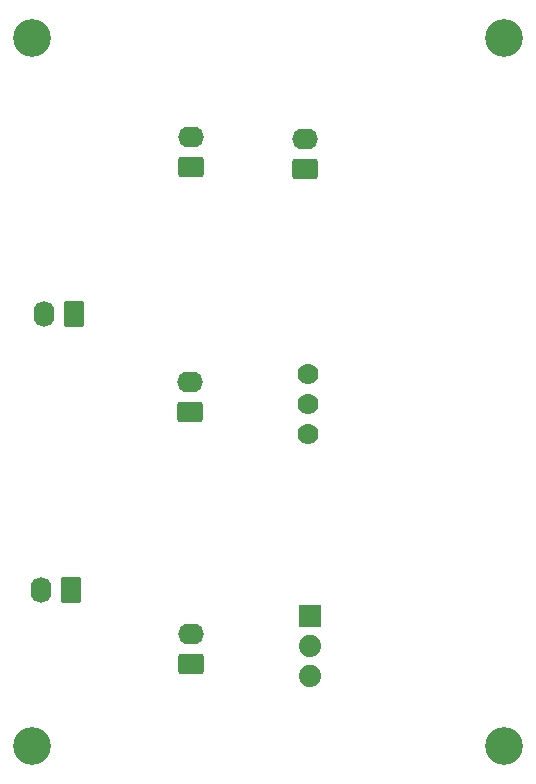
<source format=gbr>
%TF.GenerationSoftware,KiCad,Pcbnew,8.0.8*%
%TF.CreationDate,2025-04-15T11:04:33-05:00*%
%TF.ProjectId,PowerOnly,506f7765-724f-46e6-9c79-2e6b69636164,rev?*%
%TF.SameCoordinates,Original*%
%TF.FileFunction,Soldermask,Top*%
%TF.FilePolarity,Negative*%
%FSLAX46Y46*%
G04 Gerber Fmt 4.6, Leading zero omitted, Abs format (unit mm)*
G04 Created by KiCad (PCBNEW 8.0.8) date 2025-04-15 11:04:33*
%MOMM*%
%LPD*%
G01*
G04 APERTURE LIST*
G04 Aperture macros list*
%AMRoundRect*
0 Rectangle with rounded corners*
0 $1 Rounding radius*
0 $2 $3 $4 $5 $6 $7 $8 $9 X,Y pos of 4 corners*
0 Add a 4 corners polygon primitive as box body*
4,1,4,$2,$3,$4,$5,$6,$7,$8,$9,$2,$3,0*
0 Add four circle primitives for the rounded corners*
1,1,$1+$1,$2,$3*
1,1,$1+$1,$4,$5*
1,1,$1+$1,$6,$7*
1,1,$1+$1,$8,$9*
0 Add four rect primitives between the rounded corners*
20,1,$1+$1,$2,$3,$4,$5,0*
20,1,$1+$1,$4,$5,$6,$7,0*
20,1,$1+$1,$6,$7,$8,$9,0*
20,1,$1+$1,$8,$9,$2,$3,0*%
G04 Aperture macros list end*
%ADD10RoundRect,0.250000X0.620000X0.845000X-0.620000X0.845000X-0.620000X-0.845000X0.620000X-0.845000X0*%
%ADD11O,1.740000X2.190000*%
%ADD12C,3.200000*%
%ADD13R,1.879600X1.879600*%
%ADD14C,1.879600*%
%ADD15C,1.778000*%
%ADD16RoundRect,0.250000X0.845000X-0.620000X0.845000X0.620000X-0.845000X0.620000X-0.845000X-0.620000X0*%
%ADD17O,2.190000X1.740000*%
G04 APERTURE END LIST*
D10*
%TO.C,J3*%
X133604000Y-73406000D03*
D11*
X131064000Y-73406000D03*
%TD*%
D10*
%TO.C,J2*%
X133350000Y-96774000D03*
D11*
X130810000Y-96774000D03*
%TD*%
D12*
%TO.C,H4*%
X130000000Y-110000000D03*
%TD*%
%TO.C,H3*%
X170000000Y-110000000D03*
%TD*%
%TO.C,H2*%
X170000000Y-50000000D03*
%TD*%
%TO.C,H1*%
X130000000Y-50000000D03*
%TD*%
D13*
%TO.C,U2*%
X153543000Y-98933000D03*
D14*
X153543000Y-101473000D03*
X153543000Y-104013000D03*
%TD*%
D15*
%TO.C,U1*%
X153416000Y-78486000D03*
X153416000Y-81026000D03*
X153416000Y-83566000D03*
%TD*%
D16*
%TO.C,J1*%
X153162000Y-61087000D03*
D17*
X153162000Y-58547000D03*
%TD*%
D16*
%TO.C,C3*%
X143510000Y-102997000D03*
D17*
X143510000Y-100457000D03*
%TD*%
D16*
%TO.C,C2*%
X143383000Y-81661000D03*
D17*
X143383000Y-79121000D03*
%TD*%
D16*
%TO.C,C1*%
X143510000Y-60960000D03*
D17*
X143510000Y-58420000D03*
%TD*%
M02*

</source>
